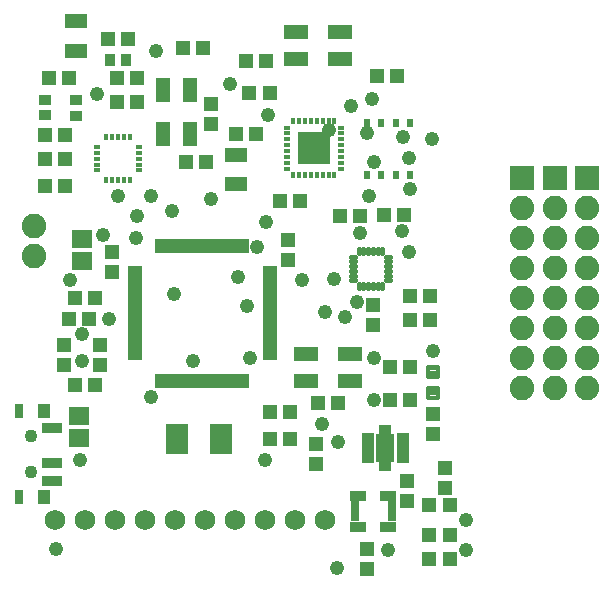
<source format=gts>
G75*
%MOIN*%
%OFA0B0*%
%FSLAX25Y25*%
%IPPOS*%
%LPD*%
%AMOC8*
5,1,8,0,0,1.08239X$1,22.5*
%
%ADD10R,0.04737X0.05131*%
%ADD11R,0.05131X0.04737*%
%ADD12R,0.08200X0.08200*%
%ADD13C,0.08200*%
%ADD14R,0.02953X0.06693*%
%ADD15R,0.05315X0.03543*%
%ADD16R,0.06706X0.05918*%
%ADD17C,0.01421*%
%ADD18R,0.05131X0.01922*%
%ADD19R,0.01922X0.05131*%
%ADD20R,0.04146X0.01969*%
%ADD21R,0.01902X0.03556*%
%ADD22R,0.06496X0.09448*%
%ADD23R,0.07493X0.10249*%
%ADD24R,0.08280X0.05131*%
%ADD25C,0.06800*%
%ADD26R,0.07493X0.04737*%
%ADD27R,0.03556X0.04343*%
%ADD28R,0.04343X0.03556*%
%ADD29R,0.05131X0.08280*%
%ADD30R,0.02375X0.03162*%
%ADD31C,0.01706*%
%ADD32R,0.06706X0.03556*%
%ADD33R,0.03162X0.04737*%
%ADD34R,0.03950X0.04737*%
%ADD35C,0.04343*%
%ADD36R,0.02375X0.01784*%
%ADD37R,0.01784X0.02375*%
%ADD38R,0.10800X0.10800*%
%ADD39C,0.04762*%
%ADD40C,0.04800*%
D10*
X0108800Y0144454D03*
X0108800Y0151146D03*
X0120800Y0151146D03*
X0120800Y0144454D03*
X0124800Y0175454D03*
X0124800Y0182146D03*
X0157700Y0224854D03*
X0157700Y0231546D03*
X0183500Y0186246D03*
X0183500Y0179554D03*
X0211700Y0164646D03*
X0211700Y0157954D03*
X0231800Y0128146D03*
X0231800Y0121454D03*
X0235900Y0110346D03*
X0235900Y0103654D03*
X0223100Y0105946D03*
X0223100Y0099254D03*
X0209800Y0083146D03*
X0209800Y0076454D03*
X0192800Y0111454D03*
X0192800Y0118146D03*
D11*
X0184146Y0119800D03*
X0177454Y0119800D03*
X0177454Y0128800D03*
X0184146Y0128800D03*
X0193454Y0131800D03*
X0200146Y0131800D03*
X0217454Y0132800D03*
X0224146Y0132800D03*
X0224146Y0143800D03*
X0217454Y0143800D03*
X0223954Y0159500D03*
X0230646Y0159500D03*
X0230746Y0167500D03*
X0224054Y0167500D03*
X0222146Y0194400D03*
X0215454Y0194400D03*
X0207346Y0194200D03*
X0200654Y0194200D03*
X0187446Y0199200D03*
X0180754Y0199200D03*
X0172646Y0221600D03*
X0165954Y0221600D03*
X0156046Y0212200D03*
X0149354Y0212200D03*
X0133046Y0232200D03*
X0126354Y0232200D03*
X0126354Y0240200D03*
X0133046Y0240200D03*
X0130046Y0253200D03*
X0123354Y0253200D03*
X0110446Y0240300D03*
X0103754Y0240300D03*
X0102354Y0221300D03*
X0109046Y0221300D03*
X0109046Y0213200D03*
X0102354Y0213200D03*
X0102354Y0204200D03*
X0109046Y0204200D03*
X0112454Y0166800D03*
X0119146Y0166800D03*
X0117146Y0159800D03*
X0110454Y0159800D03*
X0112454Y0137800D03*
X0119146Y0137800D03*
X0170554Y0235100D03*
X0177246Y0235100D03*
X0176046Y0246000D03*
X0169354Y0246000D03*
X0155046Y0250200D03*
X0148354Y0250200D03*
X0213054Y0240900D03*
X0219746Y0240900D03*
X0230554Y0098000D03*
X0237246Y0098000D03*
X0237246Y0088000D03*
X0230554Y0088000D03*
X0230554Y0080000D03*
X0237246Y0080000D03*
D12*
X0261400Y0206800D03*
X0272300Y0206800D03*
X0283200Y0206800D03*
D13*
X0283200Y0196800D03*
X0283200Y0186800D03*
X0283200Y0176800D03*
X0283200Y0166800D03*
X0283200Y0156800D03*
X0283200Y0146800D03*
X0283200Y0136800D03*
X0272300Y0136800D03*
X0272300Y0146800D03*
X0272300Y0156800D03*
X0272300Y0166800D03*
X0272300Y0176800D03*
X0272300Y0186800D03*
X0272300Y0196800D03*
X0261400Y0196800D03*
X0261400Y0186800D03*
X0261400Y0176800D03*
X0261400Y0166800D03*
X0261400Y0156800D03*
X0261400Y0146800D03*
X0261400Y0136800D03*
X0098800Y0180800D03*
X0098800Y0190800D03*
D14*
X0205599Y0095800D03*
X0218001Y0095800D03*
D15*
X0216820Y0090682D03*
X0216820Y0100918D03*
X0206780Y0100918D03*
X0206780Y0090682D03*
D16*
X0113800Y0120060D03*
X0113800Y0127540D03*
X0114800Y0179060D03*
X0114800Y0186540D03*
D17*
X0230142Y0143911D02*
X0233458Y0143911D01*
X0233458Y0140595D01*
X0230142Y0140595D01*
X0230142Y0143911D01*
X0230142Y0142015D02*
X0233458Y0142015D01*
X0233458Y0143435D02*
X0230142Y0143435D01*
X0230142Y0137005D02*
X0233458Y0137005D01*
X0233458Y0133689D01*
X0230142Y0133689D01*
X0230142Y0137005D01*
X0230142Y0135109D02*
X0233458Y0135109D01*
X0233458Y0136529D02*
X0230142Y0136529D01*
D18*
X0177241Y0147036D03*
X0177241Y0149005D03*
X0177241Y0150973D03*
X0177241Y0152942D03*
X0177241Y0154910D03*
X0177241Y0156879D03*
X0177241Y0158847D03*
X0177241Y0160816D03*
X0177241Y0162784D03*
X0177241Y0164753D03*
X0177241Y0166721D03*
X0177241Y0168690D03*
X0177241Y0170658D03*
X0177241Y0172627D03*
X0177241Y0174595D03*
X0177241Y0176564D03*
X0132359Y0176564D03*
X0132359Y0174595D03*
X0132359Y0172627D03*
X0132359Y0170658D03*
X0132359Y0168690D03*
X0132359Y0166721D03*
X0132359Y0164753D03*
X0132359Y0162784D03*
X0132359Y0160816D03*
X0132359Y0158847D03*
X0132359Y0156879D03*
X0132359Y0154910D03*
X0132359Y0152942D03*
X0132359Y0150973D03*
X0132359Y0149005D03*
X0132359Y0147036D03*
D19*
X0140036Y0139359D03*
X0142005Y0139359D03*
X0143973Y0139359D03*
X0145942Y0139359D03*
X0147910Y0139359D03*
X0149879Y0139359D03*
X0151847Y0139359D03*
X0153816Y0139359D03*
X0155784Y0139359D03*
X0157753Y0139359D03*
X0159721Y0139359D03*
X0161690Y0139359D03*
X0163658Y0139359D03*
X0165627Y0139359D03*
X0167595Y0139359D03*
X0169564Y0139359D03*
X0169564Y0184241D03*
X0167595Y0184241D03*
X0165627Y0184241D03*
X0163658Y0184241D03*
X0161690Y0184241D03*
X0159721Y0184241D03*
X0157753Y0184241D03*
X0155784Y0184241D03*
X0153816Y0184241D03*
X0151847Y0184241D03*
X0149879Y0184241D03*
X0147910Y0184241D03*
X0145942Y0184241D03*
X0143973Y0184241D03*
X0142005Y0184241D03*
X0140036Y0184241D03*
D20*
X0209993Y0120737D03*
X0209993Y0118769D03*
X0209993Y0116800D03*
X0209993Y0114831D03*
X0209993Y0112863D03*
X0221607Y0112863D03*
X0221607Y0114831D03*
X0221607Y0116800D03*
X0221607Y0118769D03*
X0221607Y0120737D03*
D21*
X0216784Y0122706D03*
X0214816Y0122706D03*
X0214816Y0110894D03*
X0216784Y0110894D03*
D22*
X0215800Y0116800D03*
D23*
X0161083Y0119800D03*
X0146517Y0119800D03*
D24*
X0189517Y0139272D03*
X0189517Y0148328D03*
X0204083Y0148328D03*
X0204083Y0139272D03*
X0200783Y0246372D03*
X0200783Y0255428D03*
X0186217Y0255428D03*
X0186217Y0246372D03*
D25*
X0185800Y0092800D03*
X0175800Y0092800D03*
X0165800Y0092800D03*
X0155800Y0092800D03*
X0145800Y0092800D03*
X0135800Y0092800D03*
X0125800Y0092800D03*
X0115800Y0092800D03*
X0105800Y0092800D03*
X0195800Y0092800D03*
D26*
X0166000Y0204779D03*
X0166000Y0214621D03*
X0112700Y0249279D03*
X0112700Y0259121D03*
D27*
X0124141Y0246200D03*
X0129259Y0246200D03*
D28*
X0112700Y0232759D03*
X0112700Y0227641D03*
X0102500Y0227741D03*
X0102500Y0232859D03*
D29*
X0141772Y0236083D03*
X0150828Y0236083D03*
X0150828Y0221517D03*
X0141772Y0221517D03*
D30*
X0209813Y0225161D03*
X0214538Y0225161D03*
X0219262Y0225161D03*
X0223987Y0225161D03*
X0223987Y0207839D03*
X0219262Y0207839D03*
X0214538Y0207839D03*
X0209813Y0207839D03*
D31*
X0210113Y0183334D02*
X0210113Y0181878D01*
X0211687Y0181878D02*
X0211687Y0183334D01*
X0213262Y0183334D02*
X0213262Y0181878D01*
X0214837Y0181878D02*
X0214837Y0183334D01*
X0216078Y0180637D02*
X0217534Y0180637D01*
X0217534Y0179062D02*
X0216078Y0179062D01*
X0216078Y0177487D02*
X0217534Y0177487D01*
X0217534Y0175913D02*
X0216078Y0175913D01*
X0216078Y0174338D02*
X0217534Y0174338D01*
X0217534Y0172763D02*
X0216078Y0172763D01*
X0214837Y0171522D02*
X0214837Y0170066D01*
X0213262Y0170066D02*
X0213262Y0171522D01*
X0211687Y0171522D02*
X0211687Y0170066D01*
X0210113Y0170066D02*
X0210113Y0171522D01*
X0208538Y0171522D02*
X0208538Y0170066D01*
X0206963Y0170066D02*
X0206963Y0171522D01*
X0205722Y0172763D02*
X0204266Y0172763D01*
X0204266Y0174338D02*
X0205722Y0174338D01*
X0205722Y0175913D02*
X0204266Y0175913D01*
X0204266Y0177487D02*
X0205722Y0177487D01*
X0205722Y0179062D02*
X0204266Y0179062D01*
X0204266Y0180637D02*
X0205722Y0180637D01*
X0206963Y0181878D02*
X0206963Y0183334D01*
X0208538Y0183334D02*
X0208538Y0181878D01*
D32*
X0104690Y0123658D03*
X0104690Y0111847D03*
X0104690Y0105942D03*
D33*
X0093863Y0100430D03*
X0093863Y0129170D03*
D34*
X0102131Y0129170D03*
X0102131Y0100430D03*
D35*
X0097800Y0108894D03*
X0097800Y0120706D03*
D36*
X0119613Y0209363D03*
X0119613Y0211331D03*
X0119613Y0213300D03*
X0119613Y0215269D03*
X0119613Y0217237D03*
X0133787Y0217237D03*
X0133787Y0215269D03*
X0133787Y0213300D03*
X0133787Y0211331D03*
X0133787Y0209363D03*
X0182945Y0209910D03*
X0182945Y0211879D03*
X0182945Y0213847D03*
X0182945Y0215816D03*
X0182945Y0217784D03*
X0182945Y0219753D03*
X0182945Y0221721D03*
X0182945Y0223690D03*
X0201055Y0223690D03*
X0201055Y0221721D03*
X0201055Y0219753D03*
X0201055Y0217784D03*
X0201055Y0215816D03*
X0201055Y0213847D03*
X0201055Y0211879D03*
X0201055Y0209910D03*
D37*
X0198890Y0207745D03*
X0196921Y0207745D03*
X0194953Y0207745D03*
X0192984Y0207745D03*
X0191016Y0207745D03*
X0189047Y0207745D03*
X0187079Y0207745D03*
X0185110Y0207745D03*
X0185110Y0225855D03*
X0187079Y0225855D03*
X0189047Y0225855D03*
X0191016Y0225855D03*
X0192984Y0225855D03*
X0194953Y0225855D03*
X0196921Y0225855D03*
X0198890Y0225855D03*
X0130637Y0220387D03*
X0128669Y0220387D03*
X0126700Y0220387D03*
X0124731Y0220387D03*
X0122763Y0220387D03*
X0122763Y0206213D03*
X0124731Y0206213D03*
X0126700Y0206213D03*
X0128669Y0206213D03*
X0130637Y0206213D03*
D38*
X0192000Y0216800D03*
D39*
X0197100Y0222900D03*
X0204300Y0231000D03*
X0211400Y0233200D03*
X0209600Y0221700D03*
X0212000Y0212200D03*
X0210400Y0201000D03*
X0207300Y0188500D03*
X0198800Y0173300D03*
X0206500Y0165400D03*
X0202300Y0160500D03*
X0195600Y0162100D03*
X0188000Y0172900D03*
X0173100Y0183900D03*
X0176000Y0192100D03*
X0166800Y0173800D03*
X0169700Y0164100D03*
X0170800Y0146800D03*
X0145300Y0168200D03*
X0132800Y0186800D03*
X0133000Y0194300D03*
X0137800Y0200800D03*
X0144800Y0195800D03*
X0157800Y0199800D03*
X0176800Y0227800D03*
X0164100Y0238100D03*
X0139500Y0249100D03*
X0119800Y0234800D03*
X0126800Y0200800D03*
X0200200Y0118700D03*
X0212200Y0132900D03*
X0212200Y0146900D03*
X0231900Y0149200D03*
X0223800Y0182200D03*
X0221400Y0189200D03*
X0224200Y0203300D03*
X0223700Y0213600D03*
X0221700Y0220600D03*
X0231300Y0219700D03*
X0283200Y0136800D03*
X0242900Y0093000D03*
X0242900Y0083000D03*
X0216800Y0082800D03*
X0199800Y0076800D03*
X0175800Y0112800D03*
X0114100Y0112800D03*
X0106000Y0083300D03*
D40*
X0137800Y0133800D03*
X0151800Y0145800D03*
X0123800Y0159800D03*
X0114800Y0154800D03*
X0114800Y0145800D03*
X0110800Y0172800D03*
X0121800Y0187800D03*
X0194800Y0124800D03*
X0215800Y0117800D03*
M02*

</source>
